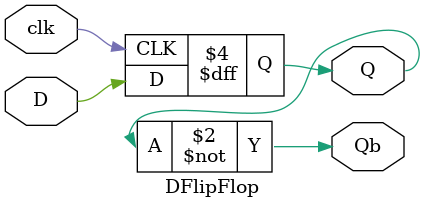
<source format=v>
`timescale 1ns / 1ps


module DFlipFlop(output reg Q, output Qb, input D,clk);

    //Logic
    initial Q=1'b0;
    
    always@ (posedge clk)   begin   
        Q <= D;
        end
   
    assign Qb = ~Q;

endmodule

</source>
